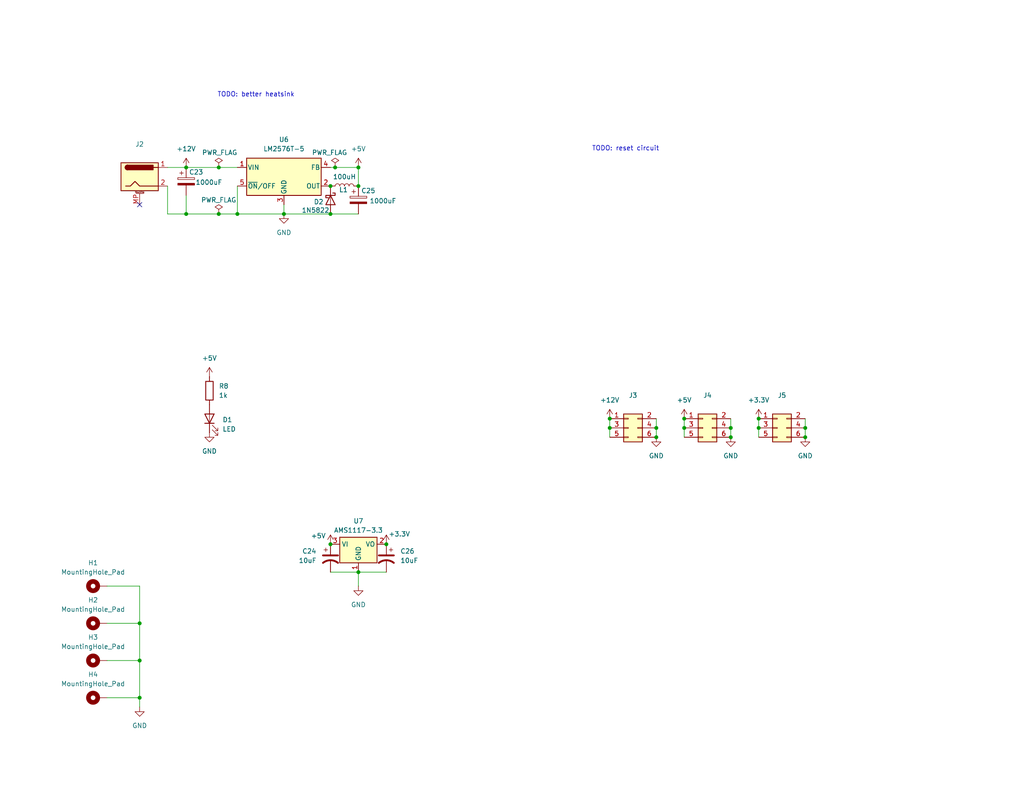
<source format=kicad_sch>
(kicad_sch (version 20231120) (generator "eeschema") (generator_version "8.0")
  (paper "A")
  (title_block (title "Mackerel-30 Proto") (date "2024-10-05") (rev "1.0") (company "Colin Maykish"))
  (lib_symbols
    (symbol "Connector:Barrel_Jack_MountingPin" (pin_names hide)
      (property "Reference" "J" (at 0 5.334 0))
      (property "Value" "Barrel_Jack_MountingPin" (at 1.27 -6.35 0))
      (symbol "Barrel_Jack_MountingPin_0_1"
        (rectangle (start -5.08 3.81) (end 5.08 -3.81) (stroke (width 0.254)) (fill (type background)))
        (arc (start -3.302 3.175) (mid -3.9343 2.54) (end -3.302 1.905) (stroke (width 0.254)))
        (arc (start -3.302 3.175) (mid -3.9343 2.54) (end -3.302 1.905) (stroke (width 0.254)) (fill (type outline)))
        (polyline (pts (xy 5.08 2.54) (xy 3.81 2.54)) (stroke (width 0.254)))
        (polyline (pts (xy -3.81 -2.54) (xy -2.54 -2.54) (xy -1.27 -1.27) (xy 0 -2.54) (xy 2.54 -2.54) (xy 5.08 -2.54)) (stroke (width 0.254)))
        (rectangle (start 3.683 3.175) (end -3.302 1.905) (stroke (width 0.254)) (fill (type outline)))
      )
      (symbol "Barrel_Jack_MountingPin_1_1"
        (polyline (pts (xy -1.016 -4.572) (xy 1.016 -4.572)) (stroke (width 0.1524)))
        (text "Mounting" (at 0 -4.191 0) (effects (font (size 0.381 0.381))))
        (pin passive line (at 7.62 2.54 180) (length 2.54) (name "~") (number "1"))
        (pin passive line (at 7.62 -2.54 180) (length 2.54) (name "~") (number "2"))
        (pin passive line (at 0 -7.62 90) (length 3.048) (name "MountPin") (number "MP"))
      )
    )
    (symbol "Connector_Generic:Conn_02x03_Odd_Even" (pin_names (offset 1.016) hide)
      (property "Reference" "J" (at 1.27 5.08 0))
      (property "Value" "Conn_02x03_Odd_Even" (at 1.27 -5.08 0))
      (symbol "Conn_02x03_Odd_Even_1_1"
        (rectangle (start -1.27 -2.413) (end 0 -2.667) (stroke (width 0.1524)))
        (rectangle (start -1.27 0.127) (end 0 -0.127) (stroke (width 0.1524)))
        (rectangle (start -1.27 2.667) (end 0 2.413) (stroke (width 0.1524)))
        (rectangle (start -1.27 3.81) (end 3.81 -3.81) (stroke (width 0.254)) (fill (type background)))
        (rectangle (start 3.81 -2.413) (end 2.54 -2.667) (stroke (width 0.1524)))
        (rectangle (start 3.81 0.127) (end 2.54 -0.127) (stroke (width 0.1524)))
        (rectangle (start 3.81 2.667) (end 2.54 2.413) (stroke (width 0.1524)))
        (pin passive line (at -5.08 2.54 0) (length 3.81) (name "Pin_1") (number "1"))
        (pin passive line (at 7.62 2.54 180) (length 3.81) (name "Pin_2") (number "2"))
        (pin passive line (at -5.08 0 0) (length 3.81) (name "Pin_3") (number "3"))
        (pin passive line (at 7.62 0 180) (length 3.81) (name "Pin_4") (number "4"))
        (pin passive line (at -5.08 -2.54 0) (length 3.81) (name "Pin_5") (number "5"))
        (pin passive line (at 7.62 -2.54 180) (length 3.81) (name "Pin_6") (number "6"))
      )
    )
    (symbol "Device:C_Polarized" (pin_numbers hide) (pin_names (offset 0.254))
      (property "Reference" "C" (at 0.635 2.54 0))
      (property "Value" "C_Polarized" (at 0.635 -2.54 0))
      (symbol "C_Polarized_0_1"
        (rectangle (start -2.286 0.508) (end 2.286 1.016))
        (polyline (pts (xy -1.778 2.286) (xy -0.762 2.286)))
        (polyline (pts (xy -1.27 2.794) (xy -1.27 1.778)))
        (rectangle (start 2.286 -0.508) (end -2.286 -1.016) (fill (type outline)))
      )
      (symbol "C_Polarized_1_1"
        (pin passive line (at 0 3.81 270) (length 2.794) (name "~") (number "1"))
        (pin passive line (at 0 -3.81 90) (length 2.794) (name "~") (number "2"))
      )
    )
    (symbol "Device:C_Polarized_US" (pin_numbers hide) (pin_names (offset 0.254) hide)
      (property "Reference" "C" (at 0.635 2.54 0))
      (property "Value" "C_Polarized_US" (at 0.635 -2.54 0))
      (symbol "C_Polarized_US_0_1"
        (polyline (pts (xy -2.032 0.762) (xy 2.032 0.762)) (stroke (width 0.508)))
        (polyline (pts (xy -1.778 2.286) (xy -0.762 2.286)))
        (polyline (pts (xy -1.27 1.778) (xy -1.27 2.794)))
        (arc (start 2.032 -1.27) (mid 0 -0.5572) (end -2.032 -1.27) (stroke (width 0.508)))
      )
      (symbol "C_Polarized_US_1_1"
        (pin passive line (at 0 3.81 270) (length 2.794) (name "~") (number "1"))
        (pin passive line (at 0 -3.81 90) (length 3.302) (name "~") (number "2"))
      )
    )
    (symbol "Device:D_Schottky" (pin_numbers hide) (pin_names (offset 1.016) hide)
      (property "Reference" "D" (at 0 2.54 0))
      (property "Value" "D_Schottky" (at 0 -2.54 0))
      (symbol "D_Schottky_0_1"
        (polyline (pts (xy 1.27 0) (xy -1.27 0)))
        (polyline (pts (xy 1.27 1.27) (xy 1.27 -1.27) (xy -1.27 0) (xy 1.27 1.27)) (stroke (width 0.254)))
        (polyline (pts (xy -1.905 0.635) (xy -1.905 1.27) (xy -1.27 1.27) (xy -1.27 -1.27) (xy -0.635 -1.27) (xy -0.635 -0.635)) (stroke (width 0.254)))
      )
      (symbol "D_Schottky_1_1"
        (pin passive line (at -3.81 0 0) (length 2.54) (name "K") (number "1"))
        (pin passive line (at 3.81 0 180) (length 2.54) (name "A") (number "2"))
      )
    )
    (symbol "Device:L" (pin_numbers hide) (pin_names (offset 1.016) hide)
      (property "Reference" "L" (at -1.27 0 90))
      (property "Value" "L" (at 1.905 0 90))
      (symbol "L_0_1"
        (arc (start 0 -2.54) (mid 0.6323 -1.905) (end 0 -1.27))
        (arc (start 0 -1.27) (mid 0.6323 -0.635) (end 0 0))
        (arc (start 0 0) (mid 0.6323 0.635) (end 0 1.27))
        (arc (start 0 1.27) (mid 0.6323 1.905) (end 0 2.54))
      )
      (symbol "L_1_1"
        (pin passive line (at 0 3.81 270) (length 1.27) (name "1") (number "1"))
        (pin passive line (at 0 -3.81 90) (length 1.27) (name "2") (number "2"))
      )
    )
    (symbol "Device:LED" (pin_numbers hide) (pin_names (offset 1.016) hide)
      (property "Reference" "D" (at 0 2.54 0))
      (property "Value" "LED" (at 0 -2.54 0))
      (symbol "LED_0_1"
        (polyline (pts (xy -1.27 -1.27) (xy -1.27 1.27)) (stroke (width 0.254)))
        (polyline (pts (xy -1.27 0) (xy 1.27 0)))
        (polyline (pts (xy 1.27 -1.27) (xy 1.27 1.27) (xy -1.27 0) (xy 1.27 -1.27)) (stroke (width 0.254)))
        (polyline (pts (xy -3.048 -0.762) (xy -4.572 -2.286) (xy -3.81 -2.286) (xy -4.572 -2.286) (xy -4.572 -1.524)))
        (polyline (pts (xy -1.778 -0.762) (xy -3.302 -2.286) (xy -2.54 -2.286) (xy -3.302 -2.286) (xy -3.302 -1.524)))
      )
      (symbol "LED_1_1"
        (pin passive line (at -3.81 0 0) (length 2.54) (name "K") (number "1"))
        (pin passive line (at 3.81 0 180) (length 2.54) (name "A") (number "2"))
      )
    )
    (symbol "Device:R" (pin_numbers hide) (pin_names (offset 0))
      (property "Reference" "R" (at 2.032 0 90))
      (property "Value" "R" (at 0 0 90))
      (symbol "R_0_1"
        (rectangle (start -1.016 -2.54) (end 1.016 2.54) (stroke (width 0.254)))
      )
      (symbol "R_1_1"
        (pin passive line (at 0 3.81 270) (length 1.27) (name "~") (number "1"))
        (pin passive line (at 0 -3.81 90) (length 1.27) (name "~") (number "2"))
      )
    )
    (symbol "Mechanical:MountingHole_Pad" (pin_numbers hide) (pin_names (offset 1.016) hide) (exclude_from_sim yes) (in_bom no)
      (property "Reference" "H" (at 0 6.35 0))
      (property "Value" "MountingHole_Pad" (at 0 4.445 0))
      (symbol "MountingHole_Pad_0_1"
        (circle (center 0 1.27) (radius 1.27) (stroke (width 1.27)))
      )
      (symbol "MountingHole_Pad_1_1"
        (pin input line (at 0 -2.54 90) (length 2.54) (name "1") (number "1"))
      )
    )
    (symbol "Regulator_Linear:AMS1117-3.3"
      (property "Reference" "U" (at -3.81 3.175 0))
      (property "Value" "AMS1117-3.3" (at 0 3.175 0))
      (symbol "AMS1117-3.3_0_1"
        (rectangle (start -5.08 -5.08) (end 5.08 1.905) (stroke (width 0.254)) (fill (type background)))
      )
      (symbol "AMS1117-3.3_1_1"
        (pin power_in line (at 0 -7.62 90) (length 2.54) (name "GND") (number "1"))
        (pin power_out line (at 7.62 0 180) (length 2.54) (name "VO") (number "2"))
        (pin power_in line (at -7.62 0 0) (length 2.54) (name "VI") (number "3"))
      )
    )
    (symbol "Regulator_Switching:LM2576T-5" (pin_names (offset 0.254))
      (property "Reference" "U" (at -10.16 6.35 0))
      (property "Value" "LM2576T-5" (at 0 6.35 0))
      (symbol "LM2576T-5_0_1"
        (rectangle (start -10.16 5.08) (end 10.16 -5.08) (stroke (width 0.254)) (fill (type background)))
      )
      (symbol "LM2576T-5_1_1"
        (pin power_in line (at -12.7 2.54 0) (length 2.54) (name "VIN") (number "1"))
        (pin output line (at 12.7 -2.54 180) (length 2.54) (name "OUT") (number "2"))
        (pin power_in line (at 0 -7.62 90) (length 2.54) (name "GND") (number "3"))
        (pin input line (at 12.7 2.54 180) (length 2.54) (name "FB") (number "4"))
        (pin input line (at -12.7 -2.54 0) (length 2.54) (name "~{ON}/OFF") (number "5"))
      )
    )
    (symbol "power:+12V" (power) (pin_numbers hide) (pin_names (offset 0) hide)
      (property "Value" "+12V" (at 0 3.556 0))
      (symbol "+12V_0_1"
        (polyline (pts (xy -0.762 1.27) (xy 0 2.54)))
        (polyline (pts (xy 0 0) (xy 0 2.54)))
        (polyline (pts (xy 0 2.54) (xy 0.762 1.27)))
      )
      (symbol "+12V_1_1"
        (pin power_in line (at 0 0 90) (length 0) (name "~") (number "1"))
      )
    )
    (symbol "power:+3.3V" (power) (pin_numbers hide) (pin_names (offset 0) hide)
      (property "Value" "+3.3V" (at 0 3.556 0))
      (symbol "+3.3V_0_1"
        (polyline (pts (xy -0.762 1.27) (xy 0 2.54)))
        (polyline (pts (xy 0 0) (xy 0 2.54)))
        (polyline (pts (xy 0 2.54) (xy 0.762 1.27)))
      )
      (symbol "+3.3V_1_1"
        (pin power_in line (at 0 0 90) (length 0) (name "~") (number "1"))
      )
    )
    (symbol "power:+5V" (power) (pin_numbers hide) (pin_names (offset 0) hide)
      (property "Value" "+5V" (at 0 3.556 0))
      (symbol "+5V_0_1"
        (polyline (pts (xy -0.762 1.27) (xy 0 2.54)))
        (polyline (pts (xy 0 0) (xy 0 2.54)))
        (polyline (pts (xy 0 2.54) (xy 0.762 1.27)))
      )
      (symbol "+5V_1_1"
        (pin power_in line (at 0 0 90) (length 0) (name "~") (number "1"))
      )
    )
    (symbol "power:GND" (power) (pin_numbers hide) (pin_names (offset 0) hide)
      (property "Value" "GND" (at 0 -3.81 0))
      (symbol "GND_0_1"
        (polyline (pts (xy 0 0) (xy 0 -1.27) (xy 1.27 -1.27) (xy 0 -2.54) (xy -1.27 -1.27) (xy 0 -1.27)))
      )
      (symbol "GND_1_1"
        (pin power_in line (at 0 0 270) (length 0) (name "~") (number "1"))
      )
    )
    (symbol "power:PWR_FLAG" (power) (pin_numbers hide) (pin_names (offset 0) hide)
      (property "Value" "PWR_FLAG" (at 0 3.81 0))
      (symbol "PWR_FLAG_0_0"
        (pin power_out line (at 0 0 90) (length 0) (name "~") (number "1"))
      )
      (symbol "PWR_FLAG_0_1"
        (polyline (pts (xy 0 0) (xy 0 1.27) (xy -1.016 1.905) (xy 0 2.54) (xy 1.016 1.905) (xy 0 1.27)))
      )
    )
  )
  (junction (at 90.17 148.59))
  (junction (at 50.8 58.42))
  (junction (at 77.47 58.42))
  (junction (at 38.1 190.5))
  (junction (at 219.71 119.38))
  (junction (at 38.1 170.18))
  (junction (at 97.79 156.21))
  (junction (at 166.37 114.3))
  (junction (at 199.39 116.84))
  (junction (at 59.69 58.42))
  (junction (at 97.79 50.8))
  (junction (at 207.01 116.84))
  (junction (at 64.77 58.42))
  (junction (at 199.39 119.38))
  (junction (at 50.8 45.72))
  (junction (at 207.01 114.3))
  (junction (at 38.1 180.34))
  (junction (at 166.37 116.84))
  (junction (at 97.79 45.72))
  (junction (at 91.44 45.72))
  (junction (at 105.41 148.59))
  (junction (at 179.07 119.38))
  (junction (at 186.69 116.84))
  (junction (at 179.07 116.84))
  (junction (at 59.69 45.72))
  (junction (at 186.69 114.3))
  (junction (at 90.17 50.8))
  (junction (at 219.71 116.84))
  (junction (at 90.17 58.42))
  (no_connect (at 38.1 55.88))
  (wire (pts (xy 29.21 180.34) (xy 38.1 180.34)))
  (wire (pts (xy 97.79 156.21) (xy 105.41 156.21)))
  (wire (pts (xy 50.8 58.42) (xy 50.8 53.34)))
  (wire (pts (xy 59.69 45.72) (xy 64.77 45.72)))
  (wire (pts (xy 38.1 170.18) (xy 38.1 180.34)))
  (wire (pts (xy 97.79 45.72) (xy 91.44 45.72)))
  (wire (pts (xy 77.47 58.42) (xy 64.77 58.42)))
  (wire (pts (xy 90.17 58.42) (xy 97.79 58.42)))
  (wire (pts (xy 50.8 45.72) (xy 59.69 45.72)))
  (wire (pts (xy 186.69 114.3) (xy 186.69 116.84)))
  (wire (pts (xy 179.07 114.3) (xy 179.07 116.84)))
  (wire (pts (xy 38.1 160.02) (xy 38.1 170.18)))
  (wire (pts (xy 219.71 114.3) (xy 219.71 116.84)))
  (wire (pts (xy 38.1 193.04) (xy 38.1 190.5)))
  (wire (pts (xy 91.44 45.72) (xy 90.17 45.72)))
  (wire (pts (xy 97.79 160.02) (xy 97.79 156.21)))
  (wire (pts (xy 97.79 50.8) (xy 97.79 45.72)))
  (wire (pts (xy 50.8 58.42) (xy 59.69 58.42)))
  (wire (pts (xy 64.77 58.42) (xy 59.69 58.42)))
  (wire (pts (xy 64.77 50.8) (xy 64.77 58.42)))
  (wire (pts (xy 219.71 116.84) (xy 219.71 119.38)))
  (wire (pts (xy 90.17 156.21) (xy 97.79 156.21)))
  (wire (pts (xy 45.72 58.42) (xy 50.8 58.42)))
  (wire (pts (xy 199.39 116.84) (xy 199.39 119.38)))
  (wire (pts (xy 29.21 190.5) (xy 38.1 190.5)))
  (wire (pts (xy 90.17 58.42) (xy 77.47 58.42)))
  (wire (pts (xy 45.72 50.8) (xy 45.72 58.42)))
  (wire (pts (xy 29.21 170.18) (xy 38.1 170.18)))
  (wire (pts (xy 29.21 160.02) (xy 38.1 160.02)))
  (wire (pts (xy 186.69 116.84) (xy 186.69 119.38)))
  (wire (pts (xy 199.39 114.3) (xy 199.39 116.84)))
  (wire (pts (xy 38.1 180.34) (xy 38.1 190.5)))
  (wire (pts (xy 166.37 114.3) (xy 166.37 116.84)))
  (wire (pts (xy 207.01 116.84) (xy 207.01 119.38)))
  (wire (pts (xy 45.72 45.72) (xy 50.8 45.72)))
  (wire (pts (xy 207.01 114.3) (xy 207.01 116.84)))
  (wire (pts (xy 77.47 58.42) (xy 77.47 55.88)))
  (wire (pts (xy 166.37 116.84) (xy 166.37 119.38)))
  (wire (pts (xy 179.07 116.84) (xy 179.07 119.38)))
  (text "TODO: better heatsink" (at 69.85 25.908 0) (effects (font (size 1.27 1.27))))
  (text "TODO: reset circuit" (at 170.688 40.64 0) (effects (font (size 1.27 1.27))))
  (symbol (lib_id "Connector_Generic:Conn_02x03_Odd_Even") (at 171.45 116.84 0) (unit 1)
    (property "Reference" "J3" (at 172.72 107.95 0))
    (property "Value" "Conn_02x03_Odd_Even" (effects (hide yes)))
    (property "Footprint" "Connector_PinHeader_2.54mm:PinHeader_2x03_P2.54mm_Vertical" (effects (hide yes)))
    (property "Description" "Generic connector, double row, 02x03, odd/even pin numbering scheme (row 1 odd numbers, row 2 even numbers), script generated (kicad-library-utils/schlib/autogen/connector/)" (effects (hide yes)))
  )
  (symbol (lib_id "power:+5V") (at 97.79 45.72 0) (unit 1)
    (property "Reference" "#PWR032" (effects (hide yes)))
    (property "Value" "+5V" (at 97.79 40.64 0))
    (property "Description" "Power symbol creates a global label with name \"+5V\"" (effects (hide yes)))
  )
  (symbol (lib_id "power:PWR_FLAG") (at 59.69 58.42 0) (unit 1)
    (property "Reference" "#FLG02" (effects (hide yes)))
    (property "Value" "PWR_FLAG" (at 59.69 54.61 0))
    (property "Description" "Special symbol for telling ERC where power comes from" (effects (hide yes)))
  )
  (symbol (lib_id "Regulator_Linear:AMS1117-3.3") (at 97.79 148.59 0) (unit 1)
    (property "Reference" "U7" (at 97.79 142.24 0))
    (property "Value" "AMS1117-3.3" (at 97.79 144.78 0))
    (property "Footprint" "Package_TO_SOT_SMD:SOT-223-3_TabPin2" (effects (hide yes)))
    (property "Datasheet" "http://www.advanced-monolithic.com/pdf/ds1117.pdf" (effects (hide yes)))
    (property "Description" "1A Low Dropout regulator, positive, 3.3V fixed output, SOT-223" (effects (hide yes)))
  )
  (symbol (lib_id "Device:L") (at 93.98 50.8 90) (unit 1)
    (property "Reference" "L1" (at 93.726 51.816 90))
    (property "Value" "100uH" (at 93.98 48.26 90))
    (property "Footprint" "Inductor_THT:L_Radial_D10.0mm_P5.00mm_Fastron_07M" (effects (hide yes)))
    (property "Description" "Inductor" (effects (hide yes)))
  )
  (symbol (lib_id "Regulator_Switching:LM2576T-5") (at 77.47 48.26 0) (unit 1)
    (property "Reference" "U6" (at 77.47 38.1 0))
    (property "Value" "LM2576T-5" (at 77.47 40.64 0))
    (property "Footprint" "Package_TO_SOT_THT:TO-220-5_Vertical" (effects (hide yes)))
    (property "Datasheet" "http://www.ti.com/lit/ds/symlink/lm2576.pdf" (effects (hide yes)))
    (property "Description" "5V, 3A SIMPLE SWITCHER® Step-Down Voltage Regulator, TO-220-5" (effects (hide yes)))
  )
  (symbol (lib_id "Device:C_Polarized_US") (at 105.41 152.4 0) (mirror y) (unit 1)
    (property "Reference" "C26" (at 109.22 150.4949 0) (effects (justify right)))
    (property "Value" "10uF" (at 109.22 153.0349 0) (effects (justify right)))
    (property "Footprint" "Capacitor_THT:CP_Radial_D5.0mm_P2.00mm" (effects (hide yes)))
    (property "Description" "Polarized capacitor, US symbol" (effects (hide yes)))
  )
  (symbol (lib_id "Device:D_Schottky") (at 90.17 54.61 270) (unit 1)
    (property "Reference" "D2" (at 85.598 55.118 90) (effects (justify left)))
    (property "Value" "1N5822" (at 82.296 57.404 90) (effects (justify left)))
    (property "Footprint" "Diode_THT:D_DO-27_P15.24mm_Horizontal" (effects (hide yes)))
    (property "Description" "Schottky diode" (effects (hide yes)))
  )
  (symbol (lib_id "power:GND") (at 57.15 118.11 0) (unit 1)
    (property "Reference" "#PWR029" (effects (hide yes)))
    (property "Value" "GND" (at 57.15 123.19 0))
    (property "Description" "Power symbol creates a global label with name \"GND\" , ground" (effects (hide yes)))
  )
  (symbol (lib_id "power:+5V") (at 186.69 114.3 0) (unit 1)
    (property "Reference" "#PWR037" (effects (hide yes)))
    (property "Value" "+5V" (at 186.69 109.22 0))
    (property "Description" "Power symbol creates a global label with name \"+5V\"" (effects (hide yes)))
  )
  (symbol (lib_id "power:GND") (at 38.1 193.04 0) (unit 1)
    (property "Reference" "#PWR026" (effects (hide yes)))
    (property "Value" "GND" (at 38.1 198.12 0))
    (property "Description" "Power symbol creates a global label with name \"GND\" , ground" (effects (hide yes)))
  )
  (symbol (lib_id "power:+3.3V") (at 105.41 148.59 0) (unit 1)
    (property "Reference" "#PWR034" (effects (hide yes)))
    (property "Value" "+3.3V" (at 108.966 145.796 0))
    (property "Description" "Power symbol creates a global label with name \"+3.3V\"" (effects (hide yes)))
  )
  (symbol (lib_id "power:GND") (at 179.07 119.38 0) (unit 1)
    (property "Reference" "#PWR036" (effects (hide yes)))
    (property "Value" "GND" (at 179.07 124.46 0))
    (property "Description" "Power symbol creates a global label with name \"GND\" , ground" (effects (hide yes)))
  )
  (symbol (lib_id "Mechanical:MountingHole_Pad") (at 26.67 160.02 90) (unit 1) (exclude_from_sim yes) (in_bom no)
    (property "Reference" "H1" (at 25.4 153.67 90))
    (property "Value" "MountingHole_Pad" (at 25.4 156.21 90))
    (property "Footprint" "MountingHole:MountingHole_3.2mm_M3_Pad_Via" (effects (hide yes)))
    (property "Description" "Mounting Hole with connection" (effects (hide yes)))
  )
  (symbol (lib_id "Device:C_Polarized") (at 97.79 54.61 0) (unit 1)
    (property "Reference" "C25" (at 98.552 52.07 0) (effects (justify left)))
    (property "Value" "1000uF" (at 100.838 54.864 0) (effects (justify left)))
    (property "Footprint" "Capacitor_THT:CP_Radial_D10.0mm_P5.00mm" (effects (hide yes)))
    (property "Description" "Polarized capacitor" (effects (hide yes)))
  )
  (symbol (lib_id "power:GND") (at 219.71 119.38 0) (unit 1)
    (property "Reference" "#PWR040" (effects (hide yes)))
    (property "Value" "GND" (at 219.71 124.46 0))
    (property "Description" "Power symbol creates a global label with name \"GND\" , ground" (effects (hide yes)))
  )
  (symbol (lib_id "Device:LED") (at 57.15 114.3 90) (unit 1)
    (property "Reference" "D1" (at 60.706 114.6174 90) (effects (justify right)))
    (property "Value" "LED" (at 60.706 117.1574 90) (effects (justify right)))
    (property "Footprint" "LED_THT:LED_D5.0mm" (effects (hide yes)))
    (property "Description" "Light emitting diode" (effects (hide yes)))
  )
  (symbol (lib_id "Mechanical:MountingHole_Pad") (at 26.67 180.34 90) (unit 1) (exclude_from_sim yes) (in_bom no)
    (property "Reference" "H3" (at 25.4 173.99 90))
    (property "Value" "MountingHole_Pad" (at 25.4 176.53 90))
    (property "Footprint" "MountingHole:MountingHole_3.2mm_M3_Pad_Via" (effects (hide yes)))
    (property "Description" "Mounting Hole with connection" (effects (hide yes)))
  )
  (symbol (lib_id "Connector:Barrel_Jack_MountingPin") (at 38.1 48.26 0) (unit 1)
    (property "Reference" "J2" (at 38.1 39.37 0))
    (property "Value" "Barrel_Jack_MountingPin" (effects (hide yes)))
    (property "Footprint" "Connector_BarrelJack:BarrelJack_Horizontal" (effects (hide yes)))
    (property "Description" "DC Barrel Jack with a mounting pin" (effects (hide yes)))
  )
  (symbol (lib_id "power:GND") (at 97.79 160.02 0) (unit 1)
    (property "Reference" "#PWR033" (effects (hide yes)))
    (property "Value" "GND" (at 97.79 165.1 0))
    (property "Description" "Power symbol creates a global label with name \"GND\" , ground" (effects (hide yes)))
  )
  (symbol (lib_id "Device:R") (at 57.15 106.68 0) (unit 1)
    (property "Reference" "R8" (at 59.69 105.4099 0) (effects (justify left)))
    (property "Value" "1k" (at 59.69 107.9499 0) (effects (justify left)))
    (property "Footprint" "Resistor_THT:R_Axial_DIN0207_L6.3mm_D2.5mm_P7.62mm_Horizontal" (effects (hide yes)))
    (property "Description" "Resistor" (effects (hide yes)))
  )
  (symbol (lib_id "power:GND") (at 77.47 58.42 0) (unit 1)
    (property "Reference" "#PWR030" (effects (hide yes)))
    (property "Value" "GND" (at 77.47 63.5 0))
    (property "Description" "Power symbol creates a global label with name \"GND\" , ground" (effects (hide yes)))
  )
  (symbol (lib_id "power:GND") (at 199.39 119.38 0) (unit 1)
    (property "Reference" "#PWR038" (effects (hide yes)))
    (property "Value" "GND" (at 199.39 124.46 0))
    (property "Description" "Power symbol creates a global label with name \"GND\" , ground" (effects (hide yes)))
  )
  (symbol (lib_id "power:+5V") (at 90.17 148.59 0) (unit 1)
    (property "Reference" "#PWR031" (effects (hide yes)))
    (property "Value" "+5V" (at 86.868 146.304 0))
    (property "Description" "Power symbol creates a global label with name \"+5V\"" (effects (hide yes)))
  )
  (symbol (lib_id "power:+12V") (at 166.37 114.3 0) (unit 1)
    (property "Reference" "#PWR035" (effects (hide yes)))
    (property "Value" "+12V" (at 166.37 109.22 0))
    (property "Description" "Power symbol creates a global label with name \"+12V\"" (effects (hide yes)))
  )
  (symbol (lib_id "power:+5V") (at 57.15 102.87 0) (unit 1)
    (property "Reference" "#PWR028" (effects (hide yes)))
    (property "Value" "+5V" (at 57.15 97.79 0))
    (property "Description" "Power symbol creates a global label with name \"+5V\"" (effects (hide yes)))
  )
  (symbol (lib_id "Connector_Generic:Conn_02x03_Odd_Even") (at 212.09 116.84 0) (unit 1)
    (property "Reference" "J5" (at 213.36 107.95 0))
    (property "Value" "Conn_02x03_Odd_Even" (effects (hide yes)))
    (property "Footprint" "Connector_PinHeader_2.54mm:PinHeader_2x03_P2.54mm_Vertical" (effects (hide yes)))
    (property "Description" "Generic connector, double row, 02x03, odd/even pin numbering scheme (row 1 odd numbers, row 2 even numbers), script generated (kicad-library-utils/schlib/autogen/connector/)" (effects (hide yes)))
  )
  (symbol (lib_id "Connector_Generic:Conn_02x03_Odd_Even") (at 191.77 116.84 0) (unit 1)
    (property "Reference" "J4" (at 193.04 107.95 0))
    (property "Value" "Conn_02x03_Odd_Even" (effects (hide yes)))
    (property "Footprint" "Connector_PinHeader_2.54mm:PinHeader_2x03_P2.54mm_Vertical" (effects (hide yes)))
    (property "Description" "Generic connector, double row, 02x03, odd/even pin numbering scheme (row 1 odd numbers, row 2 even numbers), script generated (kicad-library-utils/schlib/autogen/connector/)" (effects (hide yes)))
  )
  (symbol (lib_id "Device:C_Polarized_US") (at 90.17 152.4 0) (unit 1)
    (property "Reference" "C24" (at 86.36 150.4949 0) (effects (justify right)))
    (property "Value" "10uF" (at 86.36 153.0349 0) (effects (justify right)))
    (property "Footprint" "Capacitor_THT:CP_Radial_D5.0mm_P2.00mm" (effects (hide yes)))
    (property "Description" "Polarized capacitor, US symbol" (effects (hide yes)))
  )
  (symbol (lib_id "power:+3.3V") (at 207.01 114.3 0) (unit 1)
    (property "Reference" "#PWR039" (effects (hide yes)))
    (property "Value" "+3.3V" (at 207.01 109.22 0))
    (property "Description" "Power symbol creates a global label with name \"+3.3V\"" (effects (hide yes)))
  )
  (symbol (lib_id "Mechanical:MountingHole_Pad") (at 26.67 170.18 90) (unit 1) (exclude_from_sim yes) (in_bom no)
    (property "Reference" "H2" (at 25.4 163.83 90))
    (property "Value" "MountingHole_Pad" (at 25.4 166.37 90))
    (property "Footprint" "MountingHole:MountingHole_3.2mm_M3_Pad_Via" (effects (hide yes)))
    (property "Description" "Mounting Hole with connection" (effects (hide yes)))
  )
  (symbol (lib_id "Device:C_Polarized") (at 50.8 49.53 0) (unit 1)
    (property "Reference" "C23" (at 51.562 46.99 0) (effects (justify left)))
    (property "Value" "1000uF" (at 53.34 49.784 0) (effects (justify left)))
    (property "Footprint" "Capacitor_THT:CP_Radial_D10.0mm_P5.00mm" (effects (hide yes)))
    (property "Description" "Polarized capacitor" (effects (hide yes)))
  )
  (symbol (lib_id "Mechanical:MountingHole_Pad") (at 26.67 190.5 90) (unit 1) (exclude_from_sim yes) (in_bom no)
    (property "Reference" "H4" (at 25.4 184.15 90))
    (property "Value" "MountingHole_Pad" (at 25.4 186.69 90))
    (property "Footprint" "MountingHole:MountingHole_3.2mm_M3_Pad_Via" (effects (hide yes)))
    (property "Description" "Mounting Hole with connection" (effects (hide yes)))
  )
  (symbol (lib_id "power:PWR_FLAG") (at 59.69 45.72 0) (unit 1)
    (property "Reference" "#FLG01" (effects (hide yes)))
    (property "Value" "PWR_FLAG" (at 59.944 41.656 0))
    (property "Description" "Special symbol for telling ERC where power comes from" (effects (hide yes)))
  )
  (symbol (lib_id "power:PWR_FLAG") (at 91.44 45.72 0) (unit 1)
    (property "Reference" "#FLG03" (effects (hide yes)))
    (property "Value" "PWR_FLAG" (at 89.916 41.656 0))
    (property "Description" "Special symbol for telling ERC where power comes from" (effects (hide yes)))
  )
  (symbol (lib_id "power:+12V") (at 50.8 45.72 0) (unit 1)
    (property "Reference" "#PWR027" (effects (hide yes)))
    (property "Value" "+12V" (at 50.8 40.64 0))
    (property "Description" "Power symbol creates a global label with name \"+12V\"" (effects (hide yes)))
  )
)
</source>
